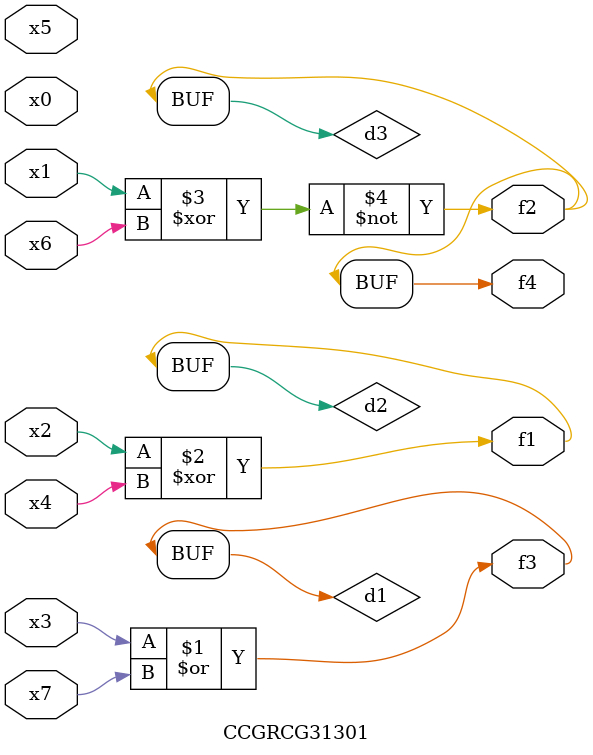
<source format=v>
module CCGRCG31301(
	input x0, x1, x2, x3, x4, x5, x6, x7,
	output f1, f2, f3, f4
);

	wire d1, d2, d3;

	or (d1, x3, x7);
	xor (d2, x2, x4);
	xnor (d3, x1, x6);
	assign f1 = d2;
	assign f2 = d3;
	assign f3 = d1;
	assign f4 = d3;
endmodule

</source>
